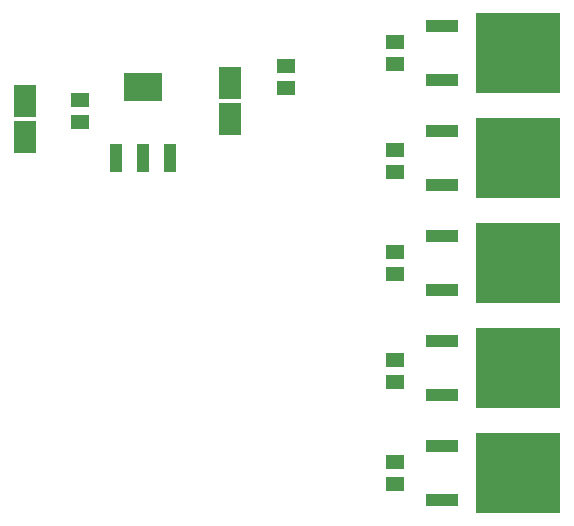
<source format=gtp>
G04*
G04 #@! TF.GenerationSoftware,Altium Limited,Altium Designer,20.2.6 (244)*
G04*
G04 Layer_Color=8421504*
%FSLAX42Y42*%
%MOMM*%
G71*
G04*
G04 #@! TF.SameCoordinates,69541536-4934-4505-9BE5-47F4DBCBE851*
G04*
G04*
G04 #@! TF.FilePolarity,Positive*
G04*
G01*
G75*
%ADD13R,1.85X2.70*%
%ADD14R,7.20X6.85*%
%ADD15R,2.80X1.05*%
%ADD16R,3.30X2.35*%
%ADD17R,1.00X2.35*%
%ADD18R,1.50X1.30*%
D13*
X472Y3350D02*
D03*
Y3660D02*
D03*
X2214Y3503D02*
D03*
Y3813D02*
D03*
D14*
X4648Y508D02*
D03*
Y2286D02*
D03*
Y3175D02*
D03*
Y4064D02*
D03*
Y1397D02*
D03*
D15*
X4008Y280D02*
D03*
Y736D02*
D03*
Y2058D02*
D03*
Y2514D02*
D03*
Y2947D02*
D03*
Y3403D02*
D03*
Y3836D02*
D03*
Y4292D02*
D03*
Y1169D02*
D03*
Y1625D02*
D03*
D16*
X1473Y3779D02*
D03*
D17*
X1703Y3174D02*
D03*
X1473D02*
D03*
X1243D02*
D03*
D18*
X2684Y3956D02*
D03*
Y3766D02*
D03*
X3607Y4159D02*
D03*
Y3969D02*
D03*
X943Y3670D02*
D03*
Y3480D02*
D03*
X3607Y1467D02*
D03*
Y1277D02*
D03*
Y2381D02*
D03*
Y2191D02*
D03*
Y3245D02*
D03*
Y3055D02*
D03*
Y603D02*
D03*
Y413D02*
D03*
M02*

</source>
